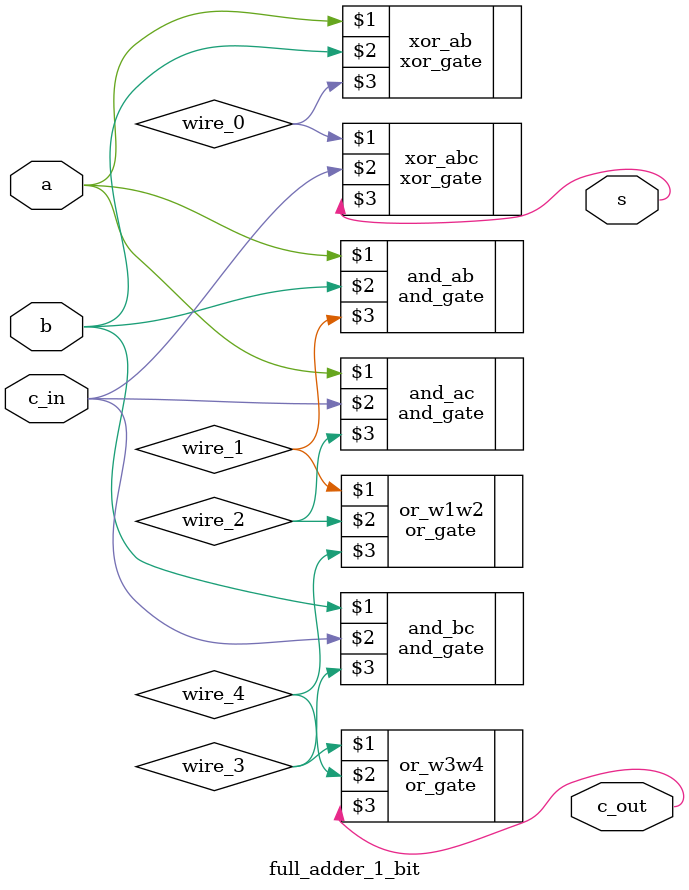
<source format=sv>
module full_adder_1_bit(
		input logic a,
		input logic b,
		input logic c_in,
		output logic s,
		output logic c_out
	);
	
	logic wire_0, wire_1, wire_2, wire_3, wire_4;
	
	// compute sum bit
	xor_gate xor_ab(a, b, wire_0);
	xor_gate xor_abc(wire_0, c_in, s);
	
	// compute carry out bit
	and_gate and_ab(a, b, wire_1);
	and_gate and_ac(a, c_in, wire_2);
	and_gate and_bc(b, c_in, wire_3);
	
	or_gate or_w1w2(wire_1, wire_2, wire_4);
	or_gate or_w3w4(wire_3, wire_4, c_out);
	
endmodule

</source>
